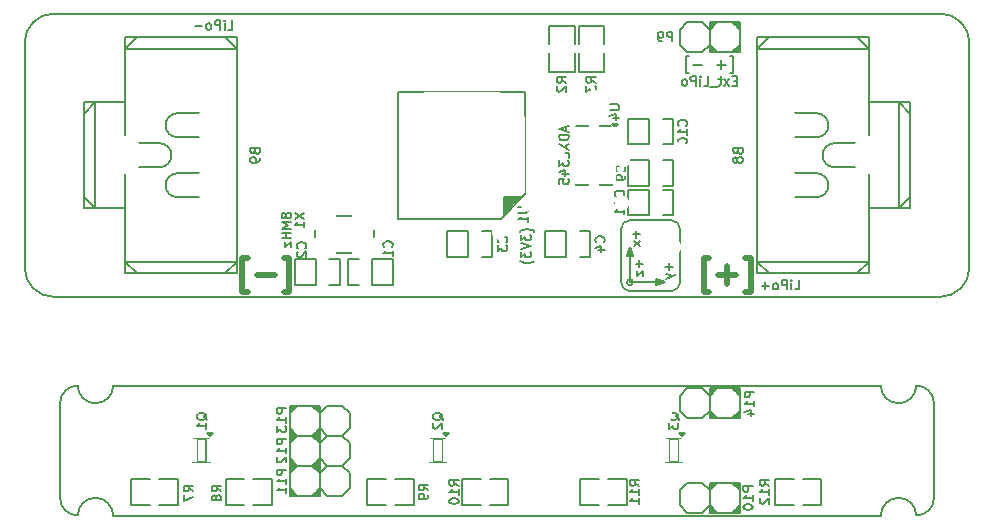
<source format=gbo>
G04 #@! TF.FileFunction,Legend,Bot*
%FSLAX46Y46*%
G04 Gerber Fmt 4.6, Leading zero omitted, Abs format (unit mm)*
G04 Created by KiCad (PCBNEW 0.201503050816+5478~22~ubuntu14.10.1-product) date Thursday 12 March 2015 09:39:27 PM IST*
%MOMM*%
G01*
G04 APERTURE LIST*
%ADD10C,0.100000*%
%ADD11C,0.150000*%
%ADD12C,0.200000*%
%ADD13C,0.500000*%
%ADD14C,0.152400*%
%ADD15R,1.924000X1.924000*%
%ADD16C,1.924000*%
%ADD17R,1.700480X1.898600*%
%ADD18R,1.466800X1.822400*%
%ADD19C,2.076400*%
%ADD20R,1.898600X1.700480*%
%ADD21C,3.448000*%
%ADD22R,0.849580X2.398980*%
%ADD23R,2.398980X0.849580*%
%ADD24R,1.545000X0.950000*%
%ADD25R,0.950000X1.545000*%
%ADD26R,2.400000X1.600000*%
%ADD27C,1.400000*%
%ADD28R,1.100000X0.800000*%
%ADD29C,3.200000*%
%ADD30O,2.550000X1.450000*%
%ADD31C,1.300000*%
G04 APERTURE END LIST*
D10*
D11*
X88750000Y-61500000D02*
G75*
G03X89500000Y-60750000I0J750000D01*
G01*
X84500000Y-60750000D02*
G75*
G03X85250000Y-61500000I750000J0D01*
G01*
X89500000Y-56250000D02*
G75*
G03X88750000Y-55500000I-750000J0D01*
G01*
X85250000Y-55500000D02*
G75*
G03X84500000Y-56250000I0J-750000D01*
G01*
X84500000Y-60750000D02*
X84500000Y-56250000D01*
X88750000Y-61500000D02*
X85250000Y-61500000D01*
X89500000Y-56250000D02*
X89500000Y-60750000D01*
X85250000Y-55500000D02*
X88750000Y-55500000D01*
X86057143Y-58871429D02*
X86057143Y-59480953D01*
X86361905Y-59176191D02*
X85752381Y-59176191D01*
X85828571Y-59785715D02*
X85828571Y-60204762D01*
X86361905Y-59785715D01*
X86361905Y-60204762D01*
X88557143Y-59140476D02*
X88557143Y-59750000D01*
X88861905Y-59445238D02*
X88252381Y-59445238D01*
X88328571Y-60054762D02*
X88861905Y-60245238D01*
X88328571Y-60435714D02*
X88861905Y-60245238D01*
X89052381Y-60169047D01*
X89090476Y-60130952D01*
X89128571Y-60054762D01*
X85807143Y-56371429D02*
X85807143Y-56980953D01*
X86111905Y-56676191D02*
X85502381Y-56676191D01*
X86111905Y-57285715D02*
X85578571Y-57704762D01*
X85578571Y-57285715D02*
X86111905Y-57704762D01*
X87500000Y-61000000D02*
X88250000Y-60750000D01*
X87500000Y-60500000D02*
X87500000Y-61000000D01*
X88250000Y-60750000D02*
X87500000Y-60500000D01*
X85250000Y-60750000D02*
X88250000Y-60750000D01*
X85500000Y-58500000D02*
X85250000Y-57750000D01*
X85000000Y-58500000D02*
X85500000Y-58500000D01*
X85250000Y-57750000D02*
X85000000Y-58500000D01*
X85250000Y-60750000D02*
X85250000Y-57750000D01*
X85500000Y-60750000D02*
G75*
G03X85500000Y-60750000I-250000J0D01*
G01*
X73500000Y-69500000D02*
X74500000Y-69500000D01*
X73500000Y-62000000D02*
X74500000Y-62000000D01*
X74500000Y-69500000D02*
X106500000Y-69500000D01*
X73500000Y-69500000D02*
X41500000Y-69500000D01*
X111000000Y-79000000D02*
X111000000Y-71000000D01*
X41500000Y-80500000D02*
X106500000Y-80500000D01*
X37000000Y-71000000D02*
X37000000Y-79000000D01*
X109500000Y-80500000D02*
G75*
G03X111000000Y-79000000I0J1500000D01*
G01*
X111000000Y-71000000D02*
G75*
G03X109500000Y-69500000I-1500000J0D01*
G01*
X37000000Y-79000000D02*
G75*
G03X38500000Y-80500000I1500000J0D01*
G01*
X38500000Y-69500000D02*
G75*
G03X37000000Y-71000000I0J-1500000D01*
G01*
X109500000Y-80500000D02*
G75*
G03X108000000Y-79000000I-1500000J0D01*
G01*
X108000000Y-79000000D02*
G75*
G03X106500000Y-80500000I0J-1500000D01*
G01*
X108000000Y-71000000D02*
G75*
G03X109500000Y-69500000I0J1500000D01*
G01*
X106500000Y-69500000D02*
G75*
G03X108000000Y-71000000I1500000J0D01*
G01*
X41500000Y-80500000D02*
G75*
G03X40000000Y-79000000I-1500000J0D01*
G01*
X40000000Y-79000000D02*
G75*
G03X38500000Y-80500000I0J-1500000D01*
G01*
X38500000Y-69500000D02*
G75*
G03X40000000Y-71000000I1500000J0D01*
G01*
X40000000Y-71000000D02*
G75*
G03X41500000Y-69500000I0J1500000D01*
G01*
X77166667Y-56480953D02*
X77128571Y-56442857D01*
X77014286Y-56366667D01*
X76938095Y-56328572D01*
X76823810Y-56290476D01*
X76633333Y-56252381D01*
X76480952Y-56252381D01*
X76290476Y-56290476D01*
X76176190Y-56328572D01*
X76100000Y-56366667D01*
X75985714Y-56442857D01*
X75947619Y-56480953D01*
X76061905Y-56709524D02*
X76061905Y-57204762D01*
X76366667Y-56938095D01*
X76366667Y-57052381D01*
X76404762Y-57128571D01*
X76442857Y-57166667D01*
X76519048Y-57204762D01*
X76709524Y-57204762D01*
X76785714Y-57166667D01*
X76823810Y-57128571D01*
X76861905Y-57052381D01*
X76861905Y-56823809D01*
X76823810Y-56747619D01*
X76785714Y-56709524D01*
X76061905Y-57433333D02*
X76861905Y-57700000D01*
X76061905Y-57966667D01*
X76061905Y-58157143D02*
X76061905Y-58652381D01*
X76366667Y-58385714D01*
X76366667Y-58500000D01*
X76404762Y-58576190D01*
X76442857Y-58614286D01*
X76519048Y-58652381D01*
X76709524Y-58652381D01*
X76785714Y-58614286D01*
X76823810Y-58576190D01*
X76861905Y-58500000D01*
X76861905Y-58271428D01*
X76823810Y-58195238D01*
X76785714Y-58157143D01*
X77166667Y-58919048D02*
X77128571Y-58957143D01*
X77014286Y-59033333D01*
X76938095Y-59071429D01*
X76823810Y-59109524D01*
X76633333Y-59147619D01*
X76480952Y-59147619D01*
X76290476Y-59109524D01*
X76176190Y-59071429D01*
X76100000Y-59033333D01*
X75985714Y-58957143D01*
X75947619Y-58919048D01*
D12*
X90238096Y-41614286D02*
X90000000Y-41614286D01*
X90000000Y-43042857D01*
X90238096Y-43042857D01*
X90619048Y-42328571D02*
X91380953Y-42328571D01*
X92619048Y-42328571D02*
X93380953Y-42328571D01*
X93000001Y-41947619D02*
X93000001Y-42709524D01*
X93761905Y-41614286D02*
X94000000Y-41614286D01*
X94000000Y-43042857D01*
X93761905Y-43042857D01*
D13*
X55923809Y-61571429D02*
X56399999Y-61571429D01*
X56399999Y-58714286D01*
X55923809Y-58714286D01*
X55161905Y-60142857D02*
X53638095Y-60142857D01*
X52876191Y-61571429D02*
X52400000Y-61571429D01*
X52400000Y-58714286D01*
X52876191Y-58714286D01*
X95023809Y-61571429D02*
X95499999Y-61571429D01*
X95499999Y-58714286D01*
X95023809Y-58714286D01*
X94261905Y-60142857D02*
X92738095Y-60142857D01*
X93500000Y-60904762D02*
X93500000Y-59380952D01*
X91976191Y-61571429D02*
X91500000Y-61571429D01*
X91500000Y-58714286D01*
X91976191Y-58714286D01*
D11*
X111500000Y-38000000D02*
X36500000Y-38000000D01*
X114000000Y-59500000D02*
X114000000Y-40500000D01*
X74500000Y-62000000D02*
X111500000Y-62000000D01*
X36500000Y-62000000D02*
X73500000Y-62000000D01*
X34000000Y-40500000D02*
X34000000Y-59500000D01*
X36500000Y-38000000D02*
G75*
G03X34000000Y-40500000I0J-2500000D01*
G01*
X34000000Y-59500000D02*
G75*
G03X36500000Y-62000000I2500000J0D01*
G01*
X111500000Y-62000000D02*
G75*
G03X114000000Y-59500000I0J2500000D01*
G01*
X114000000Y-40500000D02*
G75*
G03X111500000Y-38000000I-2500000J0D01*
G01*
D14*
X94159000Y-77793500D02*
X94159000Y-77920500D01*
X94286000Y-77793500D02*
X94286000Y-78047500D01*
X94413000Y-77793500D02*
X94413000Y-78174500D01*
X92381000Y-77793500D02*
X92381000Y-77920500D01*
X92254000Y-77793500D02*
X92254000Y-78047500D01*
X92127000Y-77793500D02*
X92127000Y-78174500D01*
X92381000Y-80206500D02*
X92381000Y-80079500D01*
X92254000Y-80206500D02*
X92254000Y-79952500D01*
X92127000Y-80206500D02*
X92127000Y-79825500D01*
X94159000Y-80206500D02*
X94159000Y-80079500D01*
X94286000Y-80206500D02*
X94286000Y-79952500D01*
X94413000Y-80206500D02*
X94413000Y-79825500D01*
X93905000Y-80270000D02*
X94540000Y-80270000D01*
X94540000Y-80270000D02*
X94540000Y-79635000D01*
X92000000Y-79635000D02*
X92000000Y-80270000D01*
X92000000Y-80270000D02*
X92635000Y-80270000D01*
X92635000Y-77730000D02*
X92000000Y-77730000D01*
X92000000Y-77730000D02*
X92000000Y-78301500D01*
X94540000Y-78365000D02*
X94540000Y-77730000D01*
X94540000Y-77730000D02*
X93905000Y-77730000D01*
X92000000Y-78365000D02*
X92000000Y-79635000D01*
X94540000Y-79000000D02*
X94540000Y-79635000D01*
X94540000Y-79635000D02*
X93905000Y-80270000D01*
X93905000Y-80270000D02*
X92635000Y-80270000D01*
X92635000Y-80270000D02*
X92000000Y-79635000D01*
X92000000Y-79635000D02*
X91365000Y-80270000D01*
X91365000Y-80270000D02*
X90095000Y-80270000D01*
X90095000Y-80270000D02*
X89460000Y-79635000D01*
X89460000Y-79635000D02*
X89460000Y-78365000D01*
X89460000Y-78365000D02*
X90095000Y-77730000D01*
X90095000Y-77730000D02*
X91365000Y-77730000D01*
X91365000Y-77730000D02*
X92000000Y-78365000D01*
X92000000Y-78365000D02*
X92635000Y-77730000D01*
X92635000Y-77730000D02*
X93905000Y-77730000D01*
X93905000Y-77730000D02*
X94540000Y-78365000D01*
X94540000Y-78365000D02*
X94540000Y-79000000D01*
X56841000Y-76206500D02*
X56841000Y-76079500D01*
X56714000Y-76206500D02*
X56714000Y-75952500D01*
X56587000Y-76206500D02*
X56587000Y-75825500D01*
X58619000Y-76206500D02*
X58619000Y-76079500D01*
X58746000Y-76206500D02*
X58746000Y-75952500D01*
X58873000Y-76206500D02*
X58873000Y-75825500D01*
X58619000Y-73793500D02*
X58619000Y-73920500D01*
X58746000Y-73793500D02*
X58746000Y-74047500D01*
X58873000Y-73793500D02*
X58873000Y-74174500D01*
X56841000Y-73793500D02*
X56841000Y-73920500D01*
X56714000Y-73793500D02*
X56714000Y-74047500D01*
X56587000Y-73793500D02*
X56587000Y-74174500D01*
X57095000Y-73730000D02*
X56460000Y-73730000D01*
X56460000Y-73730000D02*
X56460000Y-74365000D01*
X59000000Y-74365000D02*
X59000000Y-73730000D01*
X59000000Y-73730000D02*
X58365000Y-73730000D01*
X58365000Y-76270000D02*
X59000000Y-76270000D01*
X59000000Y-76270000D02*
X59000000Y-75698500D01*
X56460000Y-75635000D02*
X56460000Y-76270000D01*
X56460000Y-76270000D02*
X57095000Y-76270000D01*
X59000000Y-75635000D02*
X59000000Y-74365000D01*
X56460000Y-75000000D02*
X56460000Y-74365000D01*
X56460000Y-74365000D02*
X57095000Y-73730000D01*
X57095000Y-73730000D02*
X58365000Y-73730000D01*
X58365000Y-73730000D02*
X59000000Y-74365000D01*
X59000000Y-74365000D02*
X59635000Y-73730000D01*
X59635000Y-73730000D02*
X60905000Y-73730000D01*
X60905000Y-73730000D02*
X61540000Y-74365000D01*
X61540000Y-74365000D02*
X61540000Y-75635000D01*
X61540000Y-75635000D02*
X60905000Y-76270000D01*
X60905000Y-76270000D02*
X59635000Y-76270000D01*
X59635000Y-76270000D02*
X59000000Y-75635000D01*
X59000000Y-75635000D02*
X58365000Y-76270000D01*
X58365000Y-76270000D02*
X57095000Y-76270000D01*
X57095000Y-76270000D02*
X56460000Y-75635000D01*
X56460000Y-75635000D02*
X56460000Y-75000000D01*
X94159000Y-69793500D02*
X94159000Y-69920500D01*
X94286000Y-69793500D02*
X94286000Y-70047500D01*
X94413000Y-69793500D02*
X94413000Y-70174500D01*
X92381000Y-69793500D02*
X92381000Y-69920500D01*
X92254000Y-69793500D02*
X92254000Y-70047500D01*
X92127000Y-69793500D02*
X92127000Y-70174500D01*
X92381000Y-72206500D02*
X92381000Y-72079500D01*
X92254000Y-72206500D02*
X92254000Y-71952500D01*
X92127000Y-72206500D02*
X92127000Y-71825500D01*
X94159000Y-72206500D02*
X94159000Y-72079500D01*
X94286000Y-72206500D02*
X94286000Y-71952500D01*
X94413000Y-72206500D02*
X94413000Y-71825500D01*
X93905000Y-72270000D02*
X94540000Y-72270000D01*
X94540000Y-72270000D02*
X94540000Y-71635000D01*
X92000000Y-71635000D02*
X92000000Y-72270000D01*
X92000000Y-72270000D02*
X92635000Y-72270000D01*
X92635000Y-69730000D02*
X92000000Y-69730000D01*
X92000000Y-69730000D02*
X92000000Y-70301500D01*
X94540000Y-70365000D02*
X94540000Y-69730000D01*
X94540000Y-69730000D02*
X93905000Y-69730000D01*
X92000000Y-70365000D02*
X92000000Y-71635000D01*
X94540000Y-71000000D02*
X94540000Y-71635000D01*
X94540000Y-71635000D02*
X93905000Y-72270000D01*
X93905000Y-72270000D02*
X92635000Y-72270000D01*
X92635000Y-72270000D02*
X92000000Y-71635000D01*
X92000000Y-71635000D02*
X91365000Y-72270000D01*
X91365000Y-72270000D02*
X90095000Y-72270000D01*
X90095000Y-72270000D02*
X89460000Y-71635000D01*
X89460000Y-71635000D02*
X89460000Y-70365000D01*
X89460000Y-70365000D02*
X90095000Y-69730000D01*
X90095000Y-69730000D02*
X91365000Y-69730000D01*
X91365000Y-69730000D02*
X92000000Y-70365000D01*
X92000000Y-70365000D02*
X92635000Y-69730000D01*
X92635000Y-69730000D02*
X93905000Y-69730000D01*
X93905000Y-69730000D02*
X94540000Y-70365000D01*
X94540000Y-70365000D02*
X94540000Y-71000000D01*
X53381000Y-77420500D02*
X54968500Y-77420500D01*
X54968500Y-77420500D02*
X54968500Y-79579500D01*
X54968500Y-79579500D02*
X53381000Y-79579500D01*
X52619000Y-79579500D02*
X51095000Y-79579500D01*
X51095000Y-79579500D02*
X51031500Y-79579500D01*
X51031500Y-79579500D02*
X51031500Y-77420500D01*
X51031500Y-77420500D02*
X52619000Y-77420500D01*
X65205000Y-58820500D02*
X63427000Y-58820500D01*
X65205000Y-60979500D02*
X63427000Y-60979500D01*
X62284000Y-58820500D02*
X61395000Y-58820500D01*
X61395000Y-60979500D02*
X62284000Y-60979500D01*
X63427000Y-60979500D02*
X63427000Y-58820500D01*
X65205000Y-60979500D02*
X65205000Y-58820500D01*
X61395000Y-60979500D02*
X61395000Y-58820500D01*
X56895000Y-60979500D02*
X58673000Y-60979500D01*
X56895000Y-58820500D02*
X58673000Y-58820500D01*
X59816000Y-60979500D02*
X60705000Y-60979500D01*
X60705000Y-58820500D02*
X59816000Y-58820500D01*
X58673000Y-58820500D02*
X58673000Y-60979500D01*
X56895000Y-58820500D02*
X56895000Y-60979500D01*
X60705000Y-58820500D02*
X60705000Y-60979500D01*
X69795000Y-58579500D02*
X71573000Y-58579500D01*
X69795000Y-56420500D02*
X71573000Y-56420500D01*
X72716000Y-58579500D02*
X73605000Y-58579500D01*
X73605000Y-56420500D02*
X72716000Y-56420500D01*
X71573000Y-56420500D02*
X71573000Y-58579500D01*
X69795000Y-56420500D02*
X69795000Y-58579500D01*
X73605000Y-56420500D02*
X73605000Y-58579500D01*
X78095000Y-58579500D02*
X79873000Y-58579500D01*
X78095000Y-56420500D02*
X79873000Y-56420500D01*
X81016000Y-58579500D02*
X81905000Y-58579500D01*
X81905000Y-56420500D02*
X81016000Y-56420500D01*
X79873000Y-56420500D02*
X79873000Y-58579500D01*
X78095000Y-56420500D02*
X78095000Y-58579500D01*
X81905000Y-56420500D02*
X81905000Y-58579500D01*
X85095000Y-52579500D02*
X86873000Y-52579500D01*
X85095000Y-50420500D02*
X86873000Y-50420500D01*
X88016000Y-52579500D02*
X88905000Y-52579500D01*
X88905000Y-50420500D02*
X88016000Y-50420500D01*
X86873000Y-50420500D02*
X86873000Y-52579500D01*
X85095000Y-50420500D02*
X85095000Y-52579500D01*
X88905000Y-50420500D02*
X88905000Y-52579500D01*
X85095000Y-55079500D02*
X86873000Y-55079500D01*
X85095000Y-52920500D02*
X86873000Y-52920500D01*
X88016000Y-55079500D02*
X88905000Y-55079500D01*
X88905000Y-52920500D02*
X88016000Y-52920500D01*
X86873000Y-52920500D02*
X86873000Y-55079500D01*
X85095000Y-52920500D02*
X85095000Y-55079500D01*
X88905000Y-52920500D02*
X88905000Y-55079500D01*
X85095000Y-49079500D02*
X86873000Y-49079500D01*
X85095000Y-46920500D02*
X86873000Y-46920500D01*
X88016000Y-49079500D02*
X88905000Y-49079500D01*
X88905000Y-46920500D02*
X88016000Y-46920500D01*
X86873000Y-46920500D02*
X86873000Y-49079500D01*
X85095000Y-46920500D02*
X85095000Y-49079500D01*
X88905000Y-46920500D02*
X88905000Y-49079500D01*
X78420500Y-40619000D02*
X78420500Y-39031500D01*
X78420500Y-39031500D02*
X80579500Y-39031500D01*
X80579500Y-39031500D02*
X80579500Y-40619000D01*
X80579500Y-41381000D02*
X80579500Y-42905000D01*
X80579500Y-42905000D02*
X80579500Y-42968500D01*
X80579500Y-42968500D02*
X78420500Y-42968500D01*
X78420500Y-42968500D02*
X78420500Y-41381000D01*
X80920500Y-40619000D02*
X80920500Y-39031500D01*
X80920500Y-39031500D02*
X83079500Y-39031500D01*
X83079500Y-39031500D02*
X83079500Y-40619000D01*
X83079500Y-41381000D02*
X83079500Y-42905000D01*
X83079500Y-42905000D02*
X83079500Y-42968500D01*
X83079500Y-42968500D02*
X80920500Y-42968500D01*
X80920500Y-42968500D02*
X80920500Y-41381000D01*
X75191000Y-54191000D02*
X75191000Y-54381500D01*
X75191000Y-54191000D02*
X75381500Y-54191000D01*
X75064000Y-54064000D02*
X75064000Y-54508500D01*
X75064000Y-54064000D02*
X75508500Y-54064000D01*
X74937000Y-53937000D02*
X74937000Y-54635500D01*
X74937000Y-53937000D02*
X75635500Y-53937000D01*
X74810000Y-53810000D02*
X74810000Y-54762500D01*
X74810000Y-53810000D02*
X75762500Y-53810000D01*
X74683000Y-53683000D02*
X74683000Y-54889500D01*
X74683000Y-53683000D02*
X75889500Y-53683000D01*
X74556000Y-55143500D02*
X74556000Y-53556000D01*
X74556000Y-53556000D02*
X76080000Y-53556000D01*
X76397500Y-53238500D02*
X76397500Y-44602500D01*
X76397500Y-44602500D02*
X65602500Y-44602500D01*
X65602500Y-44602500D02*
X65602500Y-55397500D01*
X65602500Y-55397500D02*
X74302000Y-55397500D01*
X74302000Y-55397500D02*
X76397500Y-53238500D01*
D11*
X83975000Y-47625000D02*
X83975000Y-47375000D01*
X83975000Y-47625000D02*
X83725000Y-47375000D01*
X83725000Y-47375000D02*
X83975000Y-47375000D01*
X83975000Y-47375000D02*
X84225000Y-47375000D01*
X84225000Y-47375000D02*
X83975000Y-47625000D01*
X83550000Y-47500000D02*
X82550000Y-47500000D01*
X83550000Y-47500000D02*
X83700000Y-47650000D01*
X83700000Y-52500000D02*
X83700000Y-52350000D01*
X80700000Y-52500000D02*
X80700000Y-52350000D01*
X80700000Y-52500000D02*
X81850000Y-52500000D01*
X83700000Y-52500000D02*
X82550000Y-52500000D01*
X80700000Y-47500000D02*
X80700000Y-47650000D01*
X80700000Y-47500000D02*
X81850000Y-47500000D01*
X63550000Y-56300000D02*
X63550000Y-57100000D01*
X58550000Y-57100000D02*
X58550000Y-56300000D01*
X61850000Y-58300000D02*
X60250000Y-58300000D01*
X60250000Y-55100000D02*
X61850000Y-55100000D01*
D14*
X94159000Y-38793500D02*
X94159000Y-38920500D01*
X94286000Y-38793500D02*
X94286000Y-39047500D01*
X94413000Y-38793500D02*
X94413000Y-39174500D01*
X92381000Y-38793500D02*
X92381000Y-38920500D01*
X92254000Y-38793500D02*
X92254000Y-39047500D01*
X92127000Y-38793500D02*
X92127000Y-39174500D01*
X92381000Y-41206500D02*
X92381000Y-41079500D01*
X92254000Y-41206500D02*
X92254000Y-40952500D01*
X92127000Y-41206500D02*
X92127000Y-40825500D01*
X94159000Y-41206500D02*
X94159000Y-41079500D01*
X94286000Y-41206500D02*
X94286000Y-40952500D01*
X94413000Y-41206500D02*
X94413000Y-40825500D01*
X93905000Y-41270000D02*
X94540000Y-41270000D01*
X94540000Y-41270000D02*
X94540000Y-40635000D01*
X92000000Y-40635000D02*
X92000000Y-41270000D01*
X92000000Y-41270000D02*
X92635000Y-41270000D01*
X92635000Y-38730000D02*
X92000000Y-38730000D01*
X92000000Y-38730000D02*
X92000000Y-39301500D01*
X94540000Y-39365000D02*
X94540000Y-38730000D01*
X94540000Y-38730000D02*
X93905000Y-38730000D01*
X92000000Y-39365000D02*
X92000000Y-40635000D01*
X94540000Y-40000000D02*
X94540000Y-40635000D01*
X94540000Y-40635000D02*
X93905000Y-41270000D01*
X93905000Y-41270000D02*
X92635000Y-41270000D01*
X92635000Y-41270000D02*
X92000000Y-40635000D01*
X92000000Y-40635000D02*
X91365000Y-41270000D01*
X91365000Y-41270000D02*
X90095000Y-41270000D01*
X90095000Y-41270000D02*
X89460000Y-40635000D01*
X89460000Y-40635000D02*
X89460000Y-39365000D01*
X89460000Y-39365000D02*
X90095000Y-38730000D01*
X90095000Y-38730000D02*
X91365000Y-38730000D01*
X91365000Y-38730000D02*
X92000000Y-39365000D01*
X92000000Y-39365000D02*
X92635000Y-38730000D01*
X92635000Y-38730000D02*
X93905000Y-38730000D01*
X93905000Y-38730000D02*
X94540000Y-39365000D01*
X94540000Y-39365000D02*
X94540000Y-40000000D01*
X56841000Y-73666500D02*
X56841000Y-73539500D01*
X56714000Y-73666500D02*
X56714000Y-73412500D01*
X56587000Y-73666500D02*
X56587000Y-73285500D01*
X58619000Y-73666500D02*
X58619000Y-73539500D01*
X58746000Y-73666500D02*
X58746000Y-73412500D01*
X58873000Y-73666500D02*
X58873000Y-73285500D01*
X58619000Y-71253500D02*
X58619000Y-71380500D01*
X58746000Y-71253500D02*
X58746000Y-71507500D01*
X58873000Y-71253500D02*
X58873000Y-71634500D01*
X56841000Y-71253500D02*
X56841000Y-71380500D01*
X56714000Y-71253500D02*
X56714000Y-71507500D01*
X56587000Y-71253500D02*
X56587000Y-71634500D01*
X57095000Y-71190000D02*
X56460000Y-71190000D01*
X56460000Y-71190000D02*
X56460000Y-71825000D01*
X59000000Y-71825000D02*
X59000000Y-71190000D01*
X59000000Y-71190000D02*
X58365000Y-71190000D01*
X58365000Y-73730000D02*
X59000000Y-73730000D01*
X59000000Y-73730000D02*
X59000000Y-73158500D01*
X56460000Y-73095000D02*
X56460000Y-73730000D01*
X56460000Y-73730000D02*
X57095000Y-73730000D01*
X59000000Y-73095000D02*
X59000000Y-71825000D01*
X56460000Y-72460000D02*
X56460000Y-71825000D01*
X56460000Y-71825000D02*
X57095000Y-71190000D01*
X57095000Y-71190000D02*
X58365000Y-71190000D01*
X58365000Y-71190000D02*
X59000000Y-71825000D01*
X59000000Y-71825000D02*
X59635000Y-71190000D01*
X59635000Y-71190000D02*
X60905000Y-71190000D01*
X60905000Y-71190000D02*
X61540000Y-71825000D01*
X61540000Y-71825000D02*
X61540000Y-73095000D01*
X61540000Y-73095000D02*
X60905000Y-73730000D01*
X60905000Y-73730000D02*
X59635000Y-73730000D01*
X59635000Y-73730000D02*
X59000000Y-73095000D01*
X59000000Y-73095000D02*
X58365000Y-73730000D01*
X58365000Y-73730000D02*
X57095000Y-73730000D01*
X57095000Y-73730000D02*
X56460000Y-73095000D01*
X56460000Y-73095000D02*
X56460000Y-72460000D01*
X56841000Y-78746500D02*
X56841000Y-78619500D01*
X56714000Y-78746500D02*
X56714000Y-78492500D01*
X56587000Y-78746500D02*
X56587000Y-78365500D01*
X58619000Y-78746500D02*
X58619000Y-78619500D01*
X58746000Y-78746500D02*
X58746000Y-78492500D01*
X58873000Y-78746500D02*
X58873000Y-78365500D01*
X58619000Y-76333500D02*
X58619000Y-76460500D01*
X58746000Y-76333500D02*
X58746000Y-76587500D01*
X58873000Y-76333500D02*
X58873000Y-76714500D01*
X56841000Y-76333500D02*
X56841000Y-76460500D01*
X56714000Y-76333500D02*
X56714000Y-76587500D01*
X56587000Y-76333500D02*
X56587000Y-76714500D01*
X57095000Y-76270000D02*
X56460000Y-76270000D01*
X56460000Y-76270000D02*
X56460000Y-76905000D01*
X59000000Y-76905000D02*
X59000000Y-76270000D01*
X59000000Y-76270000D02*
X58365000Y-76270000D01*
X58365000Y-78810000D02*
X59000000Y-78810000D01*
X59000000Y-78810000D02*
X59000000Y-78238500D01*
X56460000Y-78175000D02*
X56460000Y-78810000D01*
X56460000Y-78810000D02*
X57095000Y-78810000D01*
X59000000Y-78175000D02*
X59000000Y-76905000D01*
X56460000Y-77540000D02*
X56460000Y-76905000D01*
X56460000Y-76905000D02*
X57095000Y-76270000D01*
X57095000Y-76270000D02*
X58365000Y-76270000D01*
X58365000Y-76270000D02*
X59000000Y-76905000D01*
X59000000Y-76905000D02*
X59635000Y-76270000D01*
X59635000Y-76270000D02*
X60905000Y-76270000D01*
X60905000Y-76270000D02*
X61540000Y-76905000D01*
X61540000Y-76905000D02*
X61540000Y-78175000D01*
X61540000Y-78175000D02*
X60905000Y-78810000D01*
X60905000Y-78810000D02*
X59635000Y-78810000D01*
X59635000Y-78810000D02*
X59000000Y-78175000D01*
X59000000Y-78175000D02*
X58365000Y-78810000D01*
X58365000Y-78810000D02*
X57095000Y-78810000D01*
X57095000Y-78810000D02*
X56460000Y-78175000D01*
X56460000Y-78175000D02*
X56460000Y-77540000D01*
X44619000Y-79579500D02*
X43031500Y-79579500D01*
X43031500Y-79579500D02*
X43031500Y-77420500D01*
X43031500Y-77420500D02*
X44619000Y-77420500D01*
X45381000Y-77420500D02*
X46905000Y-77420500D01*
X46905000Y-77420500D02*
X46968500Y-77420500D01*
X46968500Y-77420500D02*
X46968500Y-79579500D01*
X46968500Y-79579500D02*
X45381000Y-79579500D01*
X64619000Y-79579500D02*
X63031500Y-79579500D01*
X63031500Y-79579500D02*
X63031500Y-77420500D01*
X63031500Y-77420500D02*
X64619000Y-77420500D01*
X65381000Y-77420500D02*
X66905000Y-77420500D01*
X66905000Y-77420500D02*
X66968500Y-77420500D01*
X66968500Y-77420500D02*
X66968500Y-79579500D01*
X66968500Y-79579500D02*
X65381000Y-79579500D01*
X73381000Y-77420500D02*
X74968500Y-77420500D01*
X74968500Y-77420500D02*
X74968500Y-79579500D01*
X74968500Y-79579500D02*
X73381000Y-79579500D01*
X72619000Y-79579500D02*
X71095000Y-79579500D01*
X71095000Y-79579500D02*
X71031500Y-79579500D01*
X71031500Y-79579500D02*
X71031500Y-77420500D01*
X71031500Y-77420500D02*
X72619000Y-77420500D01*
X83381000Y-77420500D02*
X84968500Y-77420500D01*
X84968500Y-77420500D02*
X84968500Y-79579500D01*
X84968500Y-79579500D02*
X83381000Y-79579500D01*
X82619000Y-79579500D02*
X81095000Y-79579500D01*
X81095000Y-79579500D02*
X81031500Y-79579500D01*
X81031500Y-79579500D02*
X81031500Y-77420500D01*
X81031500Y-77420500D02*
X82619000Y-77420500D01*
X99119000Y-79579500D02*
X97531500Y-79579500D01*
X97531500Y-79579500D02*
X97531500Y-77420500D01*
X97531500Y-77420500D02*
X99119000Y-77420500D01*
X99881000Y-77420500D02*
X101405000Y-77420500D01*
X101405000Y-77420500D02*
X101468500Y-77420500D01*
X101468500Y-77420500D02*
X101468500Y-79579500D01*
X101468500Y-79579500D02*
X99881000Y-79579500D01*
D11*
X49700000Y-73750000D02*
X49700000Y-73500000D01*
X49700000Y-73750000D02*
X49450000Y-73500000D01*
X49450000Y-73500000D02*
X49950000Y-73500000D01*
X49950000Y-73500000D02*
X49700000Y-73750000D01*
X49400000Y-74000000D02*
X49400000Y-76000000D01*
X48600000Y-76000000D02*
X48600000Y-74000000D01*
X49700000Y-76000000D02*
X48300000Y-76000000D01*
X48300000Y-74000000D02*
X49700000Y-74000000D01*
X69700000Y-73750000D02*
X69700000Y-73500000D01*
X69700000Y-73750000D02*
X69450000Y-73500000D01*
X69450000Y-73500000D02*
X69950000Y-73500000D01*
X69950000Y-73500000D02*
X69700000Y-73750000D01*
X69400000Y-74000000D02*
X69400000Y-76000000D01*
X68600000Y-76000000D02*
X68600000Y-74000000D01*
X69700000Y-76000000D02*
X68300000Y-76000000D01*
X68300000Y-74000000D02*
X69700000Y-74000000D01*
X89700000Y-73750000D02*
X89700000Y-73500000D01*
X89700000Y-73750000D02*
X89450000Y-73500000D01*
X89450000Y-73500000D02*
X89950000Y-73500000D01*
X89950000Y-73500000D02*
X89700000Y-73750000D01*
X89400000Y-74000000D02*
X89400000Y-76000000D01*
X88600000Y-76000000D02*
X88600000Y-74000000D01*
X89700000Y-76000000D02*
X88300000Y-76000000D01*
X88300000Y-74000000D02*
X89700000Y-74000000D01*
X45428000Y-48984000D02*
X42634000Y-48984000D01*
X45428000Y-51016000D02*
X42634000Y-51016000D01*
X46952000Y-48476000D02*
X50000000Y-48476000D01*
X46952000Y-46444000D02*
X50000000Y-46444000D01*
X45936000Y-47460000D02*
G75*
G02X46952000Y-46444000I1016000J0D01*
G01*
X46952000Y-48476000D02*
G75*
G02X45936000Y-47460000I0J1016000D01*
G01*
X46952000Y-51524000D02*
X50000000Y-51524000D01*
X46952000Y-53556000D02*
X50000000Y-53556000D01*
X45936000Y-52540000D02*
G75*
G02X46952000Y-51524000I1016000J0D01*
G01*
X46952000Y-53556000D02*
G75*
G02X45936000Y-52540000I0J1016000D01*
G01*
X45428000Y-48984000D02*
G75*
G02X46444000Y-50000000I0J-1016000D01*
G01*
X46444000Y-50000000D02*
G75*
G02X45428000Y-51016000I-1016000J0D01*
G01*
X40000000Y-54500000D02*
X39000000Y-53500000D01*
X40000000Y-45500000D02*
X39000000Y-46500000D01*
X52000000Y-41000000D02*
X51000000Y-40000000D01*
X42500000Y-41000000D02*
X43500000Y-40000000D01*
X42500000Y-59000000D02*
X43500000Y-60000000D01*
X52000000Y-59000000D02*
X51000000Y-60000000D01*
X40000000Y-45500000D02*
X40000000Y-54500000D01*
X42500000Y-41000000D02*
X52000000Y-41000000D01*
X52000000Y-59000000D02*
X42500000Y-59000000D01*
X42500000Y-54500000D02*
X39000000Y-54500000D01*
X39000000Y-54500000D02*
X39000000Y-50000000D01*
X39000000Y-50000000D02*
X39000000Y-45500000D01*
X39000000Y-45500000D02*
X42500000Y-45500000D01*
X42500000Y-51000000D02*
X42500000Y-60000000D01*
X42500000Y-60000000D02*
X52000000Y-60000000D01*
X42500000Y-40000000D02*
X42500000Y-49000000D01*
X52000000Y-40000000D02*
X42500000Y-40000000D01*
X52000000Y-40000000D02*
X52000000Y-50000000D01*
X52000000Y-50000000D02*
X52000000Y-60000000D01*
X102572000Y-51016000D02*
X105366000Y-51016000D01*
X102572000Y-48984000D02*
X105366000Y-48984000D01*
X101048000Y-51524000D02*
X98000000Y-51524000D01*
X101048000Y-53556000D02*
X98000000Y-53556000D01*
X102064000Y-52540000D02*
G75*
G02X101048000Y-53556000I-1016000J0D01*
G01*
X101048000Y-51524000D02*
G75*
G02X102064000Y-52540000I0J-1016000D01*
G01*
X101048000Y-48476000D02*
X98000000Y-48476000D01*
X101048000Y-46444000D02*
X98000000Y-46444000D01*
X102064000Y-47460000D02*
G75*
G02X101048000Y-48476000I-1016000J0D01*
G01*
X101048000Y-46444000D02*
G75*
G02X102064000Y-47460000I0J-1016000D01*
G01*
X102572000Y-51016000D02*
G75*
G02X101556000Y-50000000I0J1016000D01*
G01*
X101556000Y-50000000D02*
G75*
G02X102572000Y-48984000I1016000J0D01*
G01*
X108000000Y-45500000D02*
X109000000Y-46500000D01*
X108000000Y-54500000D02*
X109000000Y-53500000D01*
X96000000Y-59000000D02*
X97000000Y-60000000D01*
X105500000Y-59000000D02*
X104500000Y-60000000D01*
X105500000Y-41000000D02*
X104500000Y-40000000D01*
X96000000Y-41000000D02*
X97000000Y-40000000D01*
X108000000Y-54500000D02*
X108000000Y-45500000D01*
X105500000Y-59000000D02*
X96000000Y-59000000D01*
X96000000Y-41000000D02*
X105500000Y-41000000D01*
X105500000Y-45500000D02*
X109000000Y-45500000D01*
X109000000Y-45500000D02*
X109000000Y-50000000D01*
X109000000Y-50000000D02*
X109000000Y-54500000D01*
X109000000Y-54500000D02*
X105500000Y-54500000D01*
X105500000Y-49000000D02*
X105500000Y-40000000D01*
X105500000Y-40000000D02*
X96000000Y-40000000D01*
X105500000Y-60000000D02*
X105500000Y-51000000D01*
X96000000Y-60000000D02*
X105500000Y-60000000D01*
X96000000Y-60000000D02*
X96000000Y-50000000D01*
X96000000Y-50000000D02*
X96000000Y-40000000D01*
X95661905Y-78028571D02*
X94861905Y-78028571D01*
X94861905Y-78333333D01*
X94900000Y-78409524D01*
X94938095Y-78447619D01*
X95014286Y-78485714D01*
X95128571Y-78485714D01*
X95204762Y-78447619D01*
X95242857Y-78409524D01*
X95280952Y-78333333D01*
X95280952Y-78028571D01*
X95661905Y-79247619D02*
X95661905Y-78790476D01*
X95661905Y-79019047D02*
X94861905Y-79019047D01*
X94976190Y-78942857D01*
X95052381Y-78866666D01*
X95090476Y-78790476D01*
X94861905Y-79742857D02*
X94861905Y-79819048D01*
X94900000Y-79895238D01*
X94938095Y-79933333D01*
X95014286Y-79971429D01*
X95166667Y-80009524D01*
X95357143Y-80009524D01*
X95509524Y-79971429D01*
X95585714Y-79933333D01*
X95623810Y-79895238D01*
X95661905Y-79819048D01*
X95661905Y-79742857D01*
X95623810Y-79666667D01*
X95585714Y-79628571D01*
X95509524Y-79590476D01*
X95357143Y-79552381D01*
X95166667Y-79552381D01*
X95014286Y-79590476D01*
X94938095Y-79628571D01*
X94900000Y-79666667D01*
X94861905Y-79742857D01*
X56161905Y-74028571D02*
X55361905Y-74028571D01*
X55361905Y-74333333D01*
X55400000Y-74409524D01*
X55438095Y-74447619D01*
X55514286Y-74485714D01*
X55628571Y-74485714D01*
X55704762Y-74447619D01*
X55742857Y-74409524D01*
X55780952Y-74333333D01*
X55780952Y-74028571D01*
X56161905Y-75247619D02*
X56161905Y-74790476D01*
X56161905Y-75019047D02*
X55361905Y-75019047D01*
X55476190Y-74942857D01*
X55552381Y-74866666D01*
X55590476Y-74790476D01*
X55438095Y-75552381D02*
X55400000Y-75590476D01*
X55361905Y-75666667D01*
X55361905Y-75857143D01*
X55400000Y-75933333D01*
X55438095Y-75971429D01*
X55514286Y-76009524D01*
X55590476Y-76009524D01*
X55704762Y-75971429D01*
X56161905Y-75514286D01*
X56161905Y-76009524D01*
X95761905Y-70028571D02*
X94961905Y-70028571D01*
X94961905Y-70333333D01*
X95000000Y-70409524D01*
X95038095Y-70447619D01*
X95114286Y-70485714D01*
X95228571Y-70485714D01*
X95304762Y-70447619D01*
X95342857Y-70409524D01*
X95380952Y-70333333D01*
X95380952Y-70028571D01*
X95761905Y-71247619D02*
X95761905Y-70790476D01*
X95761905Y-71019047D02*
X94961905Y-71019047D01*
X95076190Y-70942857D01*
X95152381Y-70866666D01*
X95190476Y-70790476D01*
X95228571Y-71933333D02*
X95761905Y-71933333D01*
X94923810Y-71742857D02*
X95495238Y-71552381D01*
X95495238Y-72047619D01*
X50661905Y-78466667D02*
X50280952Y-78200000D01*
X50661905Y-78009524D02*
X49861905Y-78009524D01*
X49861905Y-78314286D01*
X49900000Y-78390477D01*
X49938095Y-78428572D01*
X50014286Y-78466667D01*
X50128571Y-78466667D01*
X50204762Y-78428572D01*
X50242857Y-78390477D01*
X50280952Y-78314286D01*
X50280952Y-78009524D01*
X50204762Y-78923810D02*
X50166667Y-78847619D01*
X50128571Y-78809524D01*
X50052381Y-78771429D01*
X50014286Y-78771429D01*
X49938095Y-78809524D01*
X49900000Y-78847619D01*
X49861905Y-78923810D01*
X49861905Y-79076191D01*
X49900000Y-79152381D01*
X49938095Y-79190477D01*
X50014286Y-79228572D01*
X50052381Y-79228572D01*
X50128571Y-79190477D01*
X50166667Y-79152381D01*
X50204762Y-79076191D01*
X50204762Y-78923810D01*
X50242857Y-78847619D01*
X50280952Y-78809524D01*
X50357143Y-78771429D01*
X50509524Y-78771429D01*
X50585714Y-78809524D01*
X50623810Y-78847619D01*
X50661905Y-78923810D01*
X50661905Y-79076191D01*
X50623810Y-79152381D01*
X50585714Y-79190477D01*
X50509524Y-79228572D01*
X50357143Y-79228572D01*
X50280952Y-79190477D01*
X50242857Y-79152381D01*
X50204762Y-79076191D01*
X65085714Y-57766667D02*
X65123810Y-57728572D01*
X65161905Y-57614286D01*
X65161905Y-57538096D01*
X65123810Y-57423810D01*
X65047619Y-57347619D01*
X64971429Y-57309524D01*
X64819048Y-57271429D01*
X64704762Y-57271429D01*
X64552381Y-57309524D01*
X64476190Y-57347619D01*
X64400000Y-57423810D01*
X64361905Y-57538096D01*
X64361905Y-57614286D01*
X64400000Y-57728572D01*
X64438095Y-57766667D01*
X65161905Y-58528572D02*
X65161905Y-58071429D01*
X65161905Y-58300000D02*
X64361905Y-58300000D01*
X64476190Y-58223810D01*
X64552381Y-58147619D01*
X64590476Y-58071429D01*
X57785714Y-57866667D02*
X57823810Y-57828572D01*
X57861905Y-57714286D01*
X57861905Y-57638096D01*
X57823810Y-57523810D01*
X57747619Y-57447619D01*
X57671429Y-57409524D01*
X57519048Y-57371429D01*
X57404762Y-57371429D01*
X57252381Y-57409524D01*
X57176190Y-57447619D01*
X57100000Y-57523810D01*
X57061905Y-57638096D01*
X57061905Y-57714286D01*
X57100000Y-57828572D01*
X57138095Y-57866667D01*
X57138095Y-58171429D02*
X57100000Y-58209524D01*
X57061905Y-58285715D01*
X57061905Y-58476191D01*
X57100000Y-58552381D01*
X57138095Y-58590477D01*
X57214286Y-58628572D01*
X57290476Y-58628572D01*
X57404762Y-58590477D01*
X57861905Y-58133334D01*
X57861905Y-58628572D01*
X74785714Y-57366667D02*
X74823810Y-57328572D01*
X74861905Y-57214286D01*
X74861905Y-57138096D01*
X74823810Y-57023810D01*
X74747619Y-56947619D01*
X74671429Y-56909524D01*
X74519048Y-56871429D01*
X74404762Y-56871429D01*
X74252381Y-56909524D01*
X74176190Y-56947619D01*
X74100000Y-57023810D01*
X74061905Y-57138096D01*
X74061905Y-57214286D01*
X74100000Y-57328572D01*
X74138095Y-57366667D01*
X74061905Y-57633334D02*
X74061905Y-58128572D01*
X74366667Y-57861905D01*
X74366667Y-57976191D01*
X74404762Y-58052381D01*
X74442857Y-58090477D01*
X74519048Y-58128572D01*
X74709524Y-58128572D01*
X74785714Y-58090477D01*
X74823810Y-58052381D01*
X74861905Y-57976191D01*
X74861905Y-57747619D01*
X74823810Y-57671429D01*
X74785714Y-57633334D01*
X83035714Y-57366667D02*
X83073810Y-57328572D01*
X83111905Y-57214286D01*
X83111905Y-57138096D01*
X83073810Y-57023810D01*
X82997619Y-56947619D01*
X82921429Y-56909524D01*
X82769048Y-56871429D01*
X82654762Y-56871429D01*
X82502381Y-56909524D01*
X82426190Y-56947619D01*
X82350000Y-57023810D01*
X82311905Y-57138096D01*
X82311905Y-57214286D01*
X82350000Y-57328572D01*
X82388095Y-57366667D01*
X82578571Y-58052381D02*
X83111905Y-58052381D01*
X82273810Y-57861905D02*
X82845238Y-57671429D01*
X82845238Y-58166667D01*
X84785714Y-51366667D02*
X84823810Y-51328572D01*
X84861905Y-51214286D01*
X84861905Y-51138096D01*
X84823810Y-51023810D01*
X84747619Y-50947619D01*
X84671429Y-50909524D01*
X84519048Y-50871429D01*
X84404762Y-50871429D01*
X84252381Y-50909524D01*
X84176190Y-50947619D01*
X84100000Y-51023810D01*
X84061905Y-51138096D01*
X84061905Y-51214286D01*
X84100000Y-51328572D01*
X84138095Y-51366667D01*
X84861905Y-51747619D02*
X84861905Y-51900000D01*
X84823810Y-51976191D01*
X84785714Y-52014286D01*
X84671429Y-52090477D01*
X84519048Y-52128572D01*
X84214286Y-52128572D01*
X84138095Y-52090477D01*
X84100000Y-52052381D01*
X84061905Y-51976191D01*
X84061905Y-51823810D01*
X84100000Y-51747619D01*
X84138095Y-51709524D01*
X84214286Y-51671429D01*
X84404762Y-51671429D01*
X84480952Y-51709524D01*
X84519048Y-51747619D01*
X84557143Y-51823810D01*
X84557143Y-51976191D01*
X84519048Y-52052381D01*
X84480952Y-52090477D01*
X84404762Y-52128572D01*
X84685714Y-53485714D02*
X84723810Y-53447619D01*
X84761905Y-53333333D01*
X84761905Y-53257143D01*
X84723810Y-53142857D01*
X84647619Y-53066666D01*
X84571429Y-53028571D01*
X84419048Y-52990476D01*
X84304762Y-52990476D01*
X84152381Y-53028571D01*
X84076190Y-53066666D01*
X84000000Y-53142857D01*
X83961905Y-53257143D01*
X83961905Y-53333333D01*
X84000000Y-53447619D01*
X84038095Y-53485714D01*
X84761905Y-54247619D02*
X84761905Y-53790476D01*
X84761905Y-54019047D02*
X83961905Y-54019047D01*
X84076190Y-53942857D01*
X84152381Y-53866666D01*
X84190476Y-53790476D01*
X84761905Y-55009524D02*
X84761905Y-54552381D01*
X84761905Y-54780952D02*
X83961905Y-54780952D01*
X84076190Y-54704762D01*
X84152381Y-54628571D01*
X84190476Y-54552381D01*
X90035714Y-47485714D02*
X90073810Y-47447619D01*
X90111905Y-47333333D01*
X90111905Y-47257143D01*
X90073810Y-47142857D01*
X89997619Y-47066666D01*
X89921429Y-47028571D01*
X89769048Y-46990476D01*
X89654762Y-46990476D01*
X89502381Y-47028571D01*
X89426190Y-47066666D01*
X89350000Y-47142857D01*
X89311905Y-47257143D01*
X89311905Y-47333333D01*
X89350000Y-47447619D01*
X89388095Y-47485714D01*
X90111905Y-48247619D02*
X90111905Y-47790476D01*
X90111905Y-48019047D02*
X89311905Y-48019047D01*
X89426190Y-47942857D01*
X89502381Y-47866666D01*
X89540476Y-47790476D01*
X89311905Y-48742857D02*
X89311905Y-48819048D01*
X89350000Y-48895238D01*
X89388095Y-48933333D01*
X89464286Y-48971429D01*
X89616667Y-49009524D01*
X89807143Y-49009524D01*
X89959524Y-48971429D01*
X90035714Y-48933333D01*
X90073810Y-48895238D01*
X90111905Y-48819048D01*
X90111905Y-48742857D01*
X90073810Y-48666667D01*
X90035714Y-48628571D01*
X89959524Y-48590476D01*
X89807143Y-48552381D01*
X89616667Y-48552381D01*
X89464286Y-48590476D01*
X89388095Y-48628571D01*
X89350000Y-48666667D01*
X89311905Y-48742857D01*
X79861905Y-43866667D02*
X79480952Y-43600000D01*
X79861905Y-43409524D02*
X79061905Y-43409524D01*
X79061905Y-43714286D01*
X79100000Y-43790477D01*
X79138095Y-43828572D01*
X79214286Y-43866667D01*
X79328571Y-43866667D01*
X79404762Y-43828572D01*
X79442857Y-43790477D01*
X79480952Y-43714286D01*
X79480952Y-43409524D01*
X79138095Y-44171429D02*
X79100000Y-44209524D01*
X79061905Y-44285715D01*
X79061905Y-44476191D01*
X79100000Y-44552381D01*
X79138095Y-44590477D01*
X79214286Y-44628572D01*
X79290476Y-44628572D01*
X79404762Y-44590477D01*
X79861905Y-44133334D01*
X79861905Y-44628572D01*
X82361905Y-43866667D02*
X81980952Y-43600000D01*
X82361905Y-43409524D02*
X81561905Y-43409524D01*
X81561905Y-43714286D01*
X81600000Y-43790477D01*
X81638095Y-43828572D01*
X81714286Y-43866667D01*
X81828571Y-43866667D01*
X81904762Y-43828572D01*
X81942857Y-43790477D01*
X81980952Y-43714286D01*
X81980952Y-43409524D01*
X81561905Y-44133334D02*
X81561905Y-44628572D01*
X81866667Y-44361905D01*
X81866667Y-44476191D01*
X81904762Y-44552381D01*
X81942857Y-44590477D01*
X82019048Y-44628572D01*
X82209524Y-44628572D01*
X82285714Y-44590477D01*
X82323810Y-44552381D01*
X82361905Y-44476191D01*
X82361905Y-44247619D01*
X82323810Y-44171429D01*
X82285714Y-44133334D01*
X75811905Y-54390476D02*
X76459524Y-54390476D01*
X76535714Y-54428571D01*
X76573810Y-54466667D01*
X76611905Y-54542857D01*
X76611905Y-54695238D01*
X76573810Y-54771429D01*
X76535714Y-54809524D01*
X76459524Y-54847619D01*
X75811905Y-54847619D01*
X76611905Y-55647619D02*
X76611905Y-55190476D01*
X76611905Y-55419047D02*
X75811905Y-55419047D01*
X75926190Y-55342857D01*
X76002381Y-55266666D01*
X76040476Y-55190476D01*
X83561905Y-45690476D02*
X84209524Y-45690476D01*
X84285714Y-45728571D01*
X84323810Y-45766667D01*
X84361905Y-45842857D01*
X84361905Y-45995238D01*
X84323810Y-46071429D01*
X84285714Y-46109524D01*
X84209524Y-46147619D01*
X83561905Y-46147619D01*
X83828571Y-46871428D02*
X84361905Y-46871428D01*
X83523810Y-46680952D02*
X84095238Y-46490476D01*
X84095238Y-46985714D01*
X79833333Y-47561905D02*
X79833333Y-47942857D01*
X80061905Y-47485714D02*
X79261905Y-47752381D01*
X80061905Y-48019048D01*
X80061905Y-48285714D02*
X79261905Y-48285714D01*
X79261905Y-48476190D01*
X79300000Y-48590476D01*
X79376190Y-48666667D01*
X79452381Y-48704762D01*
X79604762Y-48742857D01*
X79719048Y-48742857D01*
X79871429Y-48704762D01*
X79947619Y-48666667D01*
X80023810Y-48590476D01*
X80061905Y-48476190D01*
X80061905Y-48285714D01*
X79261905Y-49009524D02*
X80061905Y-49542857D01*
X79261905Y-49542857D02*
X80061905Y-49009524D01*
X80061905Y-50228572D02*
X80061905Y-49847619D01*
X79261905Y-49847619D01*
X79261905Y-50419048D02*
X79261905Y-50914286D01*
X79566667Y-50647619D01*
X79566667Y-50761905D01*
X79604762Y-50838095D01*
X79642857Y-50876191D01*
X79719048Y-50914286D01*
X79909524Y-50914286D01*
X79985714Y-50876191D01*
X80023810Y-50838095D01*
X80061905Y-50761905D01*
X80061905Y-50533333D01*
X80023810Y-50457143D01*
X79985714Y-50419048D01*
X79528571Y-51600000D02*
X80061905Y-51600000D01*
X79223810Y-51409524D02*
X79795238Y-51219048D01*
X79795238Y-51714286D01*
X79261905Y-52400001D02*
X79261905Y-52019048D01*
X79642857Y-51980953D01*
X79604762Y-52019048D01*
X79566667Y-52095239D01*
X79566667Y-52285715D01*
X79604762Y-52361905D01*
X79642857Y-52400001D01*
X79719048Y-52438096D01*
X79909524Y-52438096D01*
X79985714Y-52400001D01*
X80023810Y-52361905D01*
X80061905Y-52285715D01*
X80061905Y-52095239D01*
X80023810Y-52019048D01*
X79985714Y-51980953D01*
X56861905Y-54852381D02*
X57661905Y-55385714D01*
X56861905Y-55385714D02*
X57661905Y-54852381D01*
X57661905Y-56109524D02*
X57661905Y-55652381D01*
X57661905Y-55880952D02*
X56861905Y-55880952D01*
X56976190Y-55804762D01*
X57052381Y-55728571D01*
X57090476Y-55652381D01*
X56104762Y-55023810D02*
X56066667Y-54947619D01*
X56028571Y-54909524D01*
X55952381Y-54871429D01*
X55914286Y-54871429D01*
X55838095Y-54909524D01*
X55800000Y-54947619D01*
X55761905Y-55023810D01*
X55761905Y-55176191D01*
X55800000Y-55252381D01*
X55838095Y-55290477D01*
X55914286Y-55328572D01*
X55952381Y-55328572D01*
X56028571Y-55290477D01*
X56066667Y-55252381D01*
X56104762Y-55176191D01*
X56104762Y-55023810D01*
X56142857Y-54947619D01*
X56180952Y-54909524D01*
X56257143Y-54871429D01*
X56409524Y-54871429D01*
X56485714Y-54909524D01*
X56523810Y-54947619D01*
X56561905Y-55023810D01*
X56561905Y-55176191D01*
X56523810Y-55252381D01*
X56485714Y-55290477D01*
X56409524Y-55328572D01*
X56257143Y-55328572D01*
X56180952Y-55290477D01*
X56142857Y-55252381D01*
X56104762Y-55176191D01*
X56561905Y-55671429D02*
X55761905Y-55671429D01*
X56333333Y-55938096D01*
X55761905Y-56204763D01*
X56561905Y-56204763D01*
X56561905Y-56585715D02*
X55761905Y-56585715D01*
X56142857Y-56585715D02*
X56142857Y-57042858D01*
X56561905Y-57042858D02*
X55761905Y-57042858D01*
X56028571Y-57347620D02*
X56028571Y-57766667D01*
X56561905Y-57347620D01*
X56561905Y-57766667D01*
X88840476Y-40361905D02*
X88840476Y-39561905D01*
X88535714Y-39561905D01*
X88459523Y-39600000D01*
X88421428Y-39638095D01*
X88383333Y-39714286D01*
X88383333Y-39828571D01*
X88421428Y-39904762D01*
X88459523Y-39942857D01*
X88535714Y-39980952D01*
X88840476Y-39980952D01*
X88002381Y-40361905D02*
X87850000Y-40361905D01*
X87773809Y-40323810D01*
X87735714Y-40285714D01*
X87659523Y-40171429D01*
X87621428Y-40019048D01*
X87621428Y-39714286D01*
X87659523Y-39638095D01*
X87697619Y-39600000D01*
X87773809Y-39561905D01*
X87926190Y-39561905D01*
X88002381Y-39600000D01*
X88040476Y-39638095D01*
X88078571Y-39714286D01*
X88078571Y-39904762D01*
X88040476Y-39980952D01*
X88002381Y-40019048D01*
X87926190Y-40057143D01*
X87773809Y-40057143D01*
X87697619Y-40019048D01*
X87659523Y-39980952D01*
X87621428Y-39904762D01*
X94304762Y-43692857D02*
X94038095Y-43692857D01*
X93923809Y-44111905D02*
X94304762Y-44111905D01*
X94304762Y-43311905D01*
X93923809Y-43311905D01*
X93657142Y-44111905D02*
X93238095Y-43578571D01*
X93657142Y-43578571D02*
X93238095Y-44111905D01*
X93047619Y-43578571D02*
X92742857Y-43578571D01*
X92933333Y-43311905D02*
X92933333Y-43997619D01*
X92895238Y-44073810D01*
X92819047Y-44111905D01*
X92742857Y-44111905D01*
X92666666Y-44188095D02*
X92057142Y-44188095D01*
X91485713Y-44111905D02*
X91866666Y-44111905D01*
X91866666Y-43311905D01*
X91219047Y-44111905D02*
X91219047Y-43578571D01*
X91219047Y-43311905D02*
X91257142Y-43350000D01*
X91219047Y-43388095D01*
X91180952Y-43350000D01*
X91219047Y-43311905D01*
X91219047Y-43388095D01*
X90838095Y-44111905D02*
X90838095Y-43311905D01*
X90533333Y-43311905D01*
X90457142Y-43350000D01*
X90419047Y-43388095D01*
X90380952Y-43464286D01*
X90380952Y-43578571D01*
X90419047Y-43654762D01*
X90457142Y-43692857D01*
X90533333Y-43730952D01*
X90838095Y-43730952D01*
X89923809Y-44111905D02*
X90000000Y-44073810D01*
X90038095Y-44035714D01*
X90076190Y-43959524D01*
X90076190Y-43730952D01*
X90038095Y-43654762D01*
X90000000Y-43616667D01*
X89923809Y-43578571D01*
X89809523Y-43578571D01*
X89733333Y-43616667D01*
X89695238Y-43654762D01*
X89657142Y-43730952D01*
X89657142Y-43959524D01*
X89695238Y-44035714D01*
X89733333Y-44073810D01*
X89809523Y-44111905D01*
X89923809Y-44111905D01*
X56161905Y-71428571D02*
X55361905Y-71428571D01*
X55361905Y-71733333D01*
X55400000Y-71809524D01*
X55438095Y-71847619D01*
X55514286Y-71885714D01*
X55628571Y-71885714D01*
X55704762Y-71847619D01*
X55742857Y-71809524D01*
X55780952Y-71733333D01*
X55780952Y-71428571D01*
X56161905Y-72647619D02*
X56161905Y-72190476D01*
X56161905Y-72419047D02*
X55361905Y-72419047D01*
X55476190Y-72342857D01*
X55552381Y-72266666D01*
X55590476Y-72190476D01*
X55361905Y-72914286D02*
X55361905Y-73409524D01*
X55666667Y-73142857D01*
X55666667Y-73257143D01*
X55704762Y-73333333D01*
X55742857Y-73371429D01*
X55819048Y-73409524D01*
X56009524Y-73409524D01*
X56085714Y-73371429D01*
X56123810Y-73333333D01*
X56161905Y-73257143D01*
X56161905Y-73028571D01*
X56123810Y-72952381D01*
X56085714Y-72914286D01*
X56161905Y-76628571D02*
X55361905Y-76628571D01*
X55361905Y-76933333D01*
X55400000Y-77009524D01*
X55438095Y-77047619D01*
X55514286Y-77085714D01*
X55628571Y-77085714D01*
X55704762Y-77047619D01*
X55742857Y-77009524D01*
X55780952Y-76933333D01*
X55780952Y-76628571D01*
X56161905Y-77847619D02*
X56161905Y-77390476D01*
X56161905Y-77619047D02*
X55361905Y-77619047D01*
X55476190Y-77542857D01*
X55552381Y-77466666D01*
X55590476Y-77390476D01*
X56161905Y-78609524D02*
X56161905Y-78152381D01*
X56161905Y-78380952D02*
X55361905Y-78380952D01*
X55476190Y-78304762D01*
X55552381Y-78228571D01*
X55590476Y-78152381D01*
X48261905Y-78466667D02*
X47880952Y-78200000D01*
X48261905Y-78009524D02*
X47461905Y-78009524D01*
X47461905Y-78314286D01*
X47500000Y-78390477D01*
X47538095Y-78428572D01*
X47614286Y-78466667D01*
X47728571Y-78466667D01*
X47804762Y-78428572D01*
X47842857Y-78390477D01*
X47880952Y-78314286D01*
X47880952Y-78009524D01*
X47461905Y-78733334D02*
X47461905Y-79266667D01*
X48261905Y-78923810D01*
X68161905Y-78366667D02*
X67780952Y-78100000D01*
X68161905Y-77909524D02*
X67361905Y-77909524D01*
X67361905Y-78214286D01*
X67400000Y-78290477D01*
X67438095Y-78328572D01*
X67514286Y-78366667D01*
X67628571Y-78366667D01*
X67704762Y-78328572D01*
X67742857Y-78290477D01*
X67780952Y-78214286D01*
X67780952Y-77909524D01*
X68161905Y-78747619D02*
X68161905Y-78900000D01*
X68123810Y-78976191D01*
X68085714Y-79014286D01*
X67971429Y-79090477D01*
X67819048Y-79128572D01*
X67514286Y-79128572D01*
X67438095Y-79090477D01*
X67400000Y-79052381D01*
X67361905Y-78976191D01*
X67361905Y-78823810D01*
X67400000Y-78747619D01*
X67438095Y-78709524D01*
X67514286Y-78671429D01*
X67704762Y-78671429D01*
X67780952Y-78709524D01*
X67819048Y-78747619D01*
X67857143Y-78823810D01*
X67857143Y-78976191D01*
X67819048Y-79052381D01*
X67780952Y-79090477D01*
X67704762Y-79128572D01*
X70761905Y-77985714D02*
X70380952Y-77719047D01*
X70761905Y-77528571D02*
X69961905Y-77528571D01*
X69961905Y-77833333D01*
X70000000Y-77909524D01*
X70038095Y-77947619D01*
X70114286Y-77985714D01*
X70228571Y-77985714D01*
X70304762Y-77947619D01*
X70342857Y-77909524D01*
X70380952Y-77833333D01*
X70380952Y-77528571D01*
X70761905Y-78747619D02*
X70761905Y-78290476D01*
X70761905Y-78519047D02*
X69961905Y-78519047D01*
X70076190Y-78442857D01*
X70152381Y-78366666D01*
X70190476Y-78290476D01*
X69961905Y-79242857D02*
X69961905Y-79319048D01*
X70000000Y-79395238D01*
X70038095Y-79433333D01*
X70114286Y-79471429D01*
X70266667Y-79509524D01*
X70457143Y-79509524D01*
X70609524Y-79471429D01*
X70685714Y-79433333D01*
X70723810Y-79395238D01*
X70761905Y-79319048D01*
X70761905Y-79242857D01*
X70723810Y-79166667D01*
X70685714Y-79128571D01*
X70609524Y-79090476D01*
X70457143Y-79052381D01*
X70266667Y-79052381D01*
X70114286Y-79090476D01*
X70038095Y-79128571D01*
X70000000Y-79166667D01*
X69961905Y-79242857D01*
X86061905Y-77985714D02*
X85680952Y-77719047D01*
X86061905Y-77528571D02*
X85261905Y-77528571D01*
X85261905Y-77833333D01*
X85300000Y-77909524D01*
X85338095Y-77947619D01*
X85414286Y-77985714D01*
X85528571Y-77985714D01*
X85604762Y-77947619D01*
X85642857Y-77909524D01*
X85680952Y-77833333D01*
X85680952Y-77528571D01*
X86061905Y-78747619D02*
X86061905Y-78290476D01*
X86061905Y-78519047D02*
X85261905Y-78519047D01*
X85376190Y-78442857D01*
X85452381Y-78366666D01*
X85490476Y-78290476D01*
X86061905Y-79509524D02*
X86061905Y-79052381D01*
X86061905Y-79280952D02*
X85261905Y-79280952D01*
X85376190Y-79204762D01*
X85452381Y-79128571D01*
X85490476Y-79052381D01*
X97061905Y-77985714D02*
X96680952Y-77719047D01*
X97061905Y-77528571D02*
X96261905Y-77528571D01*
X96261905Y-77833333D01*
X96300000Y-77909524D01*
X96338095Y-77947619D01*
X96414286Y-77985714D01*
X96528571Y-77985714D01*
X96604762Y-77947619D01*
X96642857Y-77909524D01*
X96680952Y-77833333D01*
X96680952Y-77528571D01*
X97061905Y-78747619D02*
X97061905Y-78290476D01*
X97061905Y-78519047D02*
X96261905Y-78519047D01*
X96376190Y-78442857D01*
X96452381Y-78366666D01*
X96490476Y-78290476D01*
X96338095Y-79052381D02*
X96300000Y-79090476D01*
X96261905Y-79166667D01*
X96261905Y-79357143D01*
X96300000Y-79433333D01*
X96338095Y-79471429D01*
X96414286Y-79509524D01*
X96490476Y-79509524D01*
X96604762Y-79471429D01*
X97061905Y-79014286D01*
X97061905Y-79509524D01*
X49438095Y-72423810D02*
X49400000Y-72347619D01*
X49323810Y-72271429D01*
X49209524Y-72157143D01*
X49171429Y-72080952D01*
X49171429Y-72004762D01*
X49361905Y-72042857D02*
X49323810Y-71966667D01*
X49247619Y-71890476D01*
X49095238Y-71852381D01*
X48828571Y-71852381D01*
X48676190Y-71890476D01*
X48600000Y-71966667D01*
X48561905Y-72042857D01*
X48561905Y-72195238D01*
X48600000Y-72271429D01*
X48676190Y-72347619D01*
X48828571Y-72385714D01*
X49095238Y-72385714D01*
X49247619Y-72347619D01*
X49323810Y-72271429D01*
X49361905Y-72195238D01*
X49361905Y-72042857D01*
X49361905Y-73147619D02*
X49361905Y-72690476D01*
X49361905Y-72919047D02*
X48561905Y-72919047D01*
X48676190Y-72842857D01*
X48752381Y-72766666D01*
X48790476Y-72690476D01*
X69438095Y-72423810D02*
X69400000Y-72347619D01*
X69323810Y-72271429D01*
X69209524Y-72157143D01*
X69171429Y-72080952D01*
X69171429Y-72004762D01*
X69361905Y-72042857D02*
X69323810Y-71966667D01*
X69247619Y-71890476D01*
X69095238Y-71852381D01*
X68828571Y-71852381D01*
X68676190Y-71890476D01*
X68600000Y-71966667D01*
X68561905Y-72042857D01*
X68561905Y-72195238D01*
X68600000Y-72271429D01*
X68676190Y-72347619D01*
X68828571Y-72385714D01*
X69095238Y-72385714D01*
X69247619Y-72347619D01*
X69323810Y-72271429D01*
X69361905Y-72195238D01*
X69361905Y-72042857D01*
X68638095Y-72690476D02*
X68600000Y-72728571D01*
X68561905Y-72804762D01*
X68561905Y-72995238D01*
X68600000Y-73071428D01*
X68638095Y-73109524D01*
X68714286Y-73147619D01*
X68790476Y-73147619D01*
X68904762Y-73109524D01*
X69361905Y-72652381D01*
X69361905Y-73147619D01*
X89438095Y-72423810D02*
X89400000Y-72347619D01*
X89323810Y-72271429D01*
X89209524Y-72157143D01*
X89171429Y-72080952D01*
X89171429Y-72004762D01*
X89361905Y-72042857D02*
X89323810Y-71966667D01*
X89247619Y-71890476D01*
X89095238Y-71852381D01*
X88828571Y-71852381D01*
X88676190Y-71890476D01*
X88600000Y-71966667D01*
X88561905Y-72042857D01*
X88561905Y-72195238D01*
X88600000Y-72271429D01*
X88676190Y-72347619D01*
X88828571Y-72385714D01*
X89095238Y-72385714D01*
X89247619Y-72347619D01*
X89323810Y-72271429D01*
X89361905Y-72195238D01*
X89361905Y-72042857D01*
X88561905Y-72652381D02*
X88561905Y-73147619D01*
X88866667Y-72880952D01*
X88866667Y-72995238D01*
X88904762Y-73071428D01*
X88942857Y-73109524D01*
X89019048Y-73147619D01*
X89209524Y-73147619D01*
X89285714Y-73109524D01*
X89323810Y-73071428D01*
X89361905Y-72995238D01*
X89361905Y-72766666D01*
X89323810Y-72690476D01*
X89285714Y-72652381D01*
X53498857Y-49676191D02*
X53536952Y-49790477D01*
X53575048Y-49828572D01*
X53651238Y-49866667D01*
X53765524Y-49866667D01*
X53841714Y-49828572D01*
X53879810Y-49790477D01*
X53917905Y-49714286D01*
X53917905Y-49409524D01*
X53117905Y-49409524D01*
X53117905Y-49676191D01*
X53156000Y-49752381D01*
X53194095Y-49790477D01*
X53270286Y-49828572D01*
X53346476Y-49828572D01*
X53422667Y-49790477D01*
X53460762Y-49752381D01*
X53498857Y-49676191D01*
X53498857Y-49409524D01*
X53917905Y-50247619D02*
X53917905Y-50400000D01*
X53879810Y-50476191D01*
X53841714Y-50514286D01*
X53727429Y-50590477D01*
X53575048Y-50628572D01*
X53270286Y-50628572D01*
X53194095Y-50590477D01*
X53156000Y-50552381D01*
X53117905Y-50476191D01*
X53117905Y-50323810D01*
X53156000Y-50247619D01*
X53194095Y-50209524D01*
X53270286Y-50171429D01*
X53460762Y-50171429D01*
X53536952Y-50209524D01*
X53575048Y-50247619D01*
X53613143Y-50323810D01*
X53613143Y-50476191D01*
X53575048Y-50552381D01*
X53536952Y-50590477D01*
X53460762Y-50628572D01*
X51199999Y-39361905D02*
X51580952Y-39361905D01*
X51580952Y-38561905D01*
X50933333Y-39361905D02*
X50933333Y-38828571D01*
X50933333Y-38561905D02*
X50971428Y-38600000D01*
X50933333Y-38638095D01*
X50895238Y-38600000D01*
X50933333Y-38561905D01*
X50933333Y-38638095D01*
X50552381Y-39361905D02*
X50552381Y-38561905D01*
X50247619Y-38561905D01*
X50171428Y-38600000D01*
X50133333Y-38638095D01*
X50095238Y-38714286D01*
X50095238Y-38828571D01*
X50133333Y-38904762D01*
X50171428Y-38942857D01*
X50247619Y-38980952D01*
X50552381Y-38980952D01*
X49638095Y-39361905D02*
X49714286Y-39323810D01*
X49752381Y-39285714D01*
X49790476Y-39209524D01*
X49790476Y-38980952D01*
X49752381Y-38904762D01*
X49714286Y-38866667D01*
X49638095Y-38828571D01*
X49523809Y-38828571D01*
X49447619Y-38866667D01*
X49409524Y-38904762D01*
X49371428Y-38980952D01*
X49371428Y-39209524D01*
X49409524Y-39285714D01*
X49447619Y-39323810D01*
X49523809Y-39361905D01*
X49638095Y-39361905D01*
X49028571Y-39057143D02*
X48419047Y-39057143D01*
X94386857Y-49676191D02*
X94424952Y-49790477D01*
X94463048Y-49828572D01*
X94539238Y-49866667D01*
X94653524Y-49866667D01*
X94729714Y-49828572D01*
X94767810Y-49790477D01*
X94805905Y-49714286D01*
X94805905Y-49409524D01*
X94005905Y-49409524D01*
X94005905Y-49676191D01*
X94044000Y-49752381D01*
X94082095Y-49790477D01*
X94158286Y-49828572D01*
X94234476Y-49828572D01*
X94310667Y-49790477D01*
X94348762Y-49752381D01*
X94386857Y-49676191D01*
X94386857Y-49409524D01*
X94348762Y-50323810D02*
X94310667Y-50247619D01*
X94272571Y-50209524D01*
X94196381Y-50171429D01*
X94158286Y-50171429D01*
X94082095Y-50209524D01*
X94044000Y-50247619D01*
X94005905Y-50323810D01*
X94005905Y-50476191D01*
X94044000Y-50552381D01*
X94082095Y-50590477D01*
X94158286Y-50628572D01*
X94196381Y-50628572D01*
X94272571Y-50590477D01*
X94310667Y-50552381D01*
X94348762Y-50476191D01*
X94348762Y-50323810D01*
X94386857Y-50247619D01*
X94424952Y-50209524D01*
X94501143Y-50171429D01*
X94653524Y-50171429D01*
X94729714Y-50209524D01*
X94767810Y-50247619D01*
X94805905Y-50323810D01*
X94805905Y-50476191D01*
X94767810Y-50552381D01*
X94729714Y-50590477D01*
X94653524Y-50628572D01*
X94501143Y-50628572D01*
X94424952Y-50590477D01*
X94386857Y-50552381D01*
X94348762Y-50476191D01*
X99199999Y-61361905D02*
X99580952Y-61361905D01*
X99580952Y-60561905D01*
X98933333Y-61361905D02*
X98933333Y-60828571D01*
X98933333Y-60561905D02*
X98971428Y-60600000D01*
X98933333Y-60638095D01*
X98895238Y-60600000D01*
X98933333Y-60561905D01*
X98933333Y-60638095D01*
X98552381Y-61361905D02*
X98552381Y-60561905D01*
X98247619Y-60561905D01*
X98171428Y-60600000D01*
X98133333Y-60638095D01*
X98095238Y-60714286D01*
X98095238Y-60828571D01*
X98133333Y-60904762D01*
X98171428Y-60942857D01*
X98247619Y-60980952D01*
X98552381Y-60980952D01*
X97638095Y-61361905D02*
X97714286Y-61323810D01*
X97752381Y-61285714D01*
X97790476Y-61209524D01*
X97790476Y-60980952D01*
X97752381Y-60904762D01*
X97714286Y-60866667D01*
X97638095Y-60828571D01*
X97523809Y-60828571D01*
X97447619Y-60866667D01*
X97409524Y-60904762D01*
X97371428Y-60980952D01*
X97371428Y-61209524D01*
X97409524Y-61285714D01*
X97447619Y-61323810D01*
X97523809Y-61361905D01*
X97638095Y-61361905D01*
X97028571Y-61057143D02*
X96419047Y-61057143D01*
X96723809Y-61361905D02*
X96723809Y-60752381D01*
%LPC*%
D15*
X93270000Y-79000000D03*
D16*
X90730000Y-79000000D03*
D15*
X93270000Y-54000000D03*
D16*
X90730000Y-54000000D03*
D15*
X57730000Y-75000000D03*
D16*
X60270000Y-75000000D03*
D15*
X93270000Y-71000000D03*
D16*
X90730000Y-71000000D03*
D15*
X57730000Y-50000000D03*
D16*
X60270000Y-50000000D03*
D15*
X57730000Y-52540000D03*
D16*
X60270000Y-52540000D03*
X108000000Y-57000000D03*
X108000000Y-43000000D03*
X40000000Y-43000000D03*
X40000000Y-57000000D03*
D17*
X53952500Y-78500000D03*
X52047500Y-78500000D03*
D18*
X64316000Y-59900000D03*
X62284000Y-59900000D03*
X57784000Y-59900000D03*
X59816000Y-59900000D03*
X70684000Y-57500000D03*
X72716000Y-57500000D03*
X78984000Y-57500000D03*
X81016000Y-57500000D03*
X85984000Y-51500000D03*
X88016000Y-51500000D03*
X85984000Y-54000000D03*
X88016000Y-54000000D03*
X85984000Y-48000000D03*
X88016000Y-48000000D03*
D19*
X94000000Y-76270000D03*
X94000000Y-73730000D03*
X84000000Y-76270000D03*
X84000000Y-73730000D03*
X74000000Y-76270000D03*
X74000000Y-73730000D03*
X64000000Y-76270000D03*
X64000000Y-73730000D03*
X54000000Y-76270000D03*
X54000000Y-73730000D03*
X44000000Y-76270000D03*
X44000000Y-73730000D03*
D15*
X80350000Y-60000000D03*
D16*
X77810000Y-60000000D03*
X75270000Y-60000000D03*
X72730000Y-60000000D03*
X70190000Y-60000000D03*
X67650000Y-60000000D03*
D20*
X79500000Y-40047500D03*
X79500000Y-41952500D03*
X82000000Y-40047500D03*
X82000000Y-41952500D03*
D21*
X36500000Y-59500000D03*
X111500000Y-40500000D03*
X111500000Y-59500000D03*
X36500000Y-40500000D03*
D22*
X68200920Y-54150360D03*
X69001020Y-54150360D03*
X69801120Y-54150360D03*
X70601220Y-54150360D03*
X71398780Y-54150360D03*
X72198880Y-54150360D03*
X72998980Y-54150360D03*
X73799080Y-54150360D03*
X73799080Y-45849640D03*
X68200920Y-45849640D03*
X69001020Y-45849640D03*
X69801120Y-45849640D03*
X70601220Y-45849640D03*
X71398780Y-45849640D03*
X72198880Y-45849640D03*
X72998980Y-45849640D03*
D23*
X75150360Y-52799080D03*
X75150360Y-51998980D03*
X75150360Y-51198880D03*
X75150360Y-50398780D03*
X75150360Y-49601220D03*
X75150360Y-48801120D03*
X75150360Y-48001020D03*
X75150360Y-47200920D03*
X66849640Y-52799080D03*
X66849640Y-51998980D03*
X66849640Y-51198880D03*
X66849640Y-50398780D03*
X66849640Y-49601220D03*
X66849640Y-48801120D03*
X66849640Y-48001020D03*
X66849640Y-47200920D03*
D24*
X83300000Y-52000000D03*
X83300000Y-51200000D03*
X83300000Y-48000000D03*
X83300000Y-48800000D03*
X83300000Y-49600000D03*
X83300000Y-50400000D03*
X81100000Y-50400000D03*
X81100000Y-49600000D03*
X81100000Y-48800000D03*
X81100000Y-48000000D03*
X81100000Y-51200000D03*
X81100000Y-52000000D03*
D25*
X82200000Y-52100000D03*
X82200000Y-47900000D03*
D26*
X62900000Y-57800000D03*
X59200000Y-55600000D03*
X62900000Y-55600000D03*
X59200000Y-57800000D03*
D27*
X75100000Y-43100000D03*
X76600000Y-43100000D03*
X77900000Y-45300000D03*
X77900000Y-46800000D03*
X69800000Y-43500000D03*
X73600000Y-43100000D03*
D15*
X71040000Y-39230000D03*
D16*
X71040000Y-41770000D03*
X68500000Y-39230000D03*
X68500000Y-41770000D03*
X65960000Y-39230000D03*
X65960000Y-41770000D03*
D27*
X64500000Y-50400000D03*
D15*
X57730000Y-47460000D03*
D16*
X60270000Y-47460000D03*
D15*
X93270000Y-46000000D03*
D16*
X90730000Y-46000000D03*
D15*
X93270000Y-40000000D03*
D16*
X90730000Y-40000000D03*
D15*
X57730000Y-72460000D03*
D16*
X60270000Y-72460000D03*
D15*
X57730000Y-77540000D03*
D16*
X60270000Y-77540000D03*
D17*
X44047500Y-78500000D03*
X45952500Y-78500000D03*
X64047500Y-78500000D03*
X65952500Y-78500000D03*
X73952500Y-78500000D03*
X72047500Y-78500000D03*
X83952500Y-78500000D03*
X82047500Y-78500000D03*
X98547500Y-78500000D03*
X100452500Y-78500000D03*
D28*
X49950000Y-74350000D03*
X49950000Y-75650000D03*
X49950000Y-75000000D03*
X48050000Y-75650000D03*
X48050000Y-75000000D03*
X48050000Y-74350000D03*
X69950000Y-74350000D03*
X69950000Y-75650000D03*
X69950000Y-75000000D03*
X68050000Y-75650000D03*
X68050000Y-75000000D03*
X68050000Y-74350000D03*
X89950000Y-74350000D03*
X89950000Y-75650000D03*
X89950000Y-75000000D03*
X88050000Y-75650000D03*
X88050000Y-75000000D03*
X88050000Y-74350000D03*
D29*
X50000000Y-52540000D03*
X50000000Y-47460000D03*
X42380000Y-50000000D03*
X98000000Y-47460000D03*
X98000000Y-52540000D03*
X105620000Y-50000000D03*
D30*
X112575000Y-53225000D03*
X112575000Y-46775000D03*
D31*
X83000000Y-55000000D03*
X72500000Y-49500000D03*
X89000000Y-57800000D03*
X84700000Y-50400000D03*
X79200000Y-49800000D03*
X66500000Y-57300000D03*
X69800000Y-48200000D03*
X84600000Y-54000000D03*
X79000000Y-54100000D03*
X82300000Y-59900000D03*
X73000000Y-48000000D03*
X64900000Y-46700000D03*
X63500000Y-47600000D03*
X77800000Y-54100000D03*
X76600000Y-54100000D03*
X82200000Y-45100000D03*
X77900000Y-48900000D03*
X74200000Y-56500000D03*
X69088000Y-77216000D03*
X89500000Y-49500000D03*
X51800000Y-74500000D03*
X46200000Y-75000000D03*
X71750000Y-73250000D03*
X91948000Y-73914000D03*
X88200000Y-71900000D03*
X86000000Y-75000000D03*
M02*

</source>
